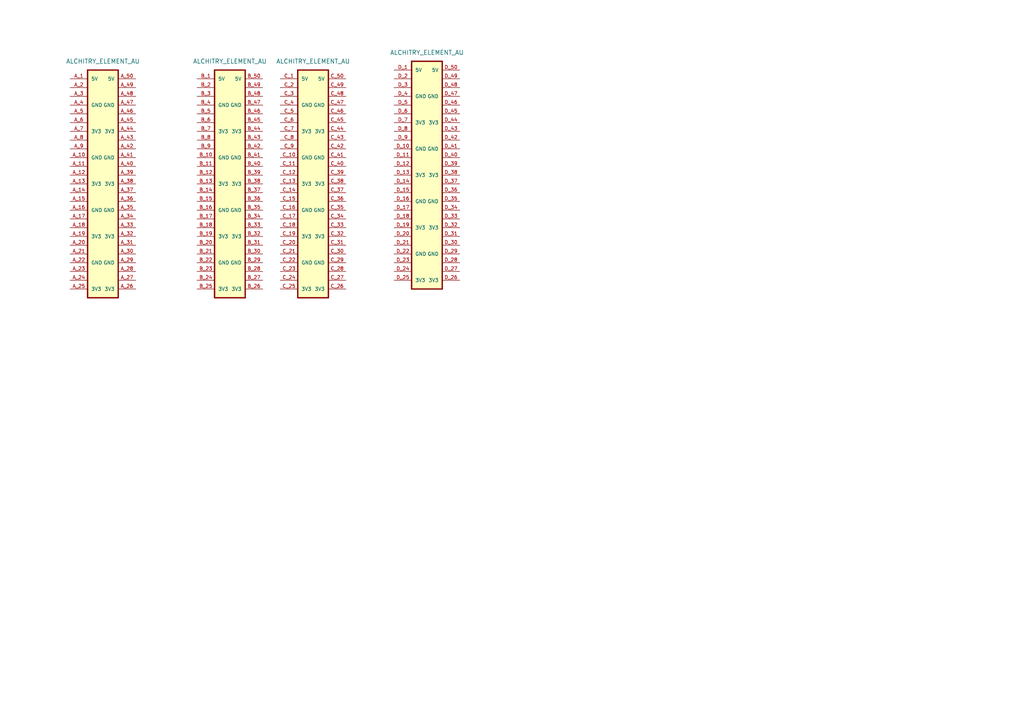
<source format=kicad_sch>
(kicad_sch (version 20211123) (generator eeschema)
  (paper "A4")
  (lib_symbols
    (symbol "ALCHITRY_ELEMENT:ALCHITRY_ELEMENT_AU" (pin_names (offset 1.016))
      (property "Value" "ALCHITRY_ELEMENT_AU" (at -3.81 -38.1 0))
      (symbol "ALCHITRY_ELEMENT_AU_1_0"
        (rectangle (start -3.81 30.48) (end 5.08 -35.56) (stroke (width 0.4064)) (fill (type background)))
        (pin passive line (at -8.89 27.94 0) (length 5.08) (name "5V") (number "A_1"))
        (pin passive line (at -8.89 5.08 0) (length 5.08) (name "GND") (number "A_10"))
        (pin passive line (at -8.89 2.54 0) (length 5.08) (name "") (number "A_11"))
        (pin passive line (at -8.89 0 0) (length 5.08) (name "") (number "A_12"))
        (pin passive line (at -8.89 -2.54 0) (length 5.08) (name "3V3") (number "A_13"))
        (pin passive line (at -8.89 -5.08 0) (length 5.08) (name "") (number "A_14"))
        (pin passive line (at -8.89 -7.62 0) (length 5.08) (name "") (number "A_15"))
        (pin passive line (at -8.89 -10.16 0) (length 5.08) (name "GND") (number "A_16"))
        (pin passive line (at -8.89 -12.7 0) (length 5.08) (name "") (number "A_17"))
        (pin passive line (at -8.89 -15.24 0) (length 5.08) (name "") (number "A_18"))
        (pin passive line (at -8.89 -17.78 0) (length 5.08) (name "3V3") (number "A_19"))
        (pin passive line (at -8.89 25.4 0) (length 5.08) (name "") (number "A_2"))
        (pin passive line (at -8.89 -20.32 0) (length 5.08) (name "") (number "A_20"))
        (pin passive line (at -8.89 -22.86 0) (length 5.08) (name "") (number "A_21"))
        (pin passive line (at -8.89 -25.4 0) (length 5.08) (name "GND") (number "A_22"))
        (pin passive line (at -8.89 -27.94 0) (length 5.08) (name "") (number "A_23"))
        (pin passive line (at -8.89 -30.48 0) (length 5.08) (name "") (number "A_24"))
        (pin passive line (at -8.89 -33.02 0) (length 5.08) (name "3V3") (number "A_25"))
        (pin passive line (at 10.16 -33.02 180) (length 5.08) (name "3V3") (number "A_26"))
        (pin passive line (at 10.16 -30.48 180) (length 5.08) (name "") (number "A_27"))
        (pin passive line (at 10.16 -27.94 180) (length 5.08) (name "") (number "A_28"))
        (pin passive line (at 10.16 -25.4 180) (length 5.08) (name "GND") (number "A_29"))
        (pin passive line (at -8.89 22.86 0) (length 5.08) (name "") (number "A_3"))
        (pin passive line (at 10.16 -22.86 180) (length 5.08) (name "") (number "A_30"))
        (pin passive line (at 10.16 -20.32 180) (length 5.08) (name "") (number "A_31"))
        (pin passive line (at 10.16 -17.78 180) (length 5.08) (name "3V3") (number "A_32"))
        (pin passive line (at 10.16 -15.24 180) (length 5.08) (name "") (number "A_33"))
        (pin passive line (at 10.16 -12.7 180) (length 5.08) (name "") (number "A_34"))
        (pin passive line (at 10.16 -10.16 180) (length 5.08) (name "GND") (number "A_35"))
        (pin passive line (at 10.16 -7.62 180) (length 5.08) (name "") (number "A_36"))
        (pin passive line (at 10.16 -5.08 180) (length 5.08) (name "") (number "A_37"))
        (pin passive line (at 10.16 -2.54 180) (length 5.08) (name "3V3") (number "A_38"))
        (pin passive line (at 10.16 0 180) (length 5.08) (name "") (number "A_39"))
        (pin passive line (at -8.89 20.32 0) (length 5.08) (name "GND") (number "A_4"))
        (pin passive line (at 10.16 2.54 180) (length 5.08) (name "") (number "A_40"))
        (pin passive line (at 10.16 5.08 180) (length 5.08) (name "GND") (number "A_41"))
        (pin passive line (at 10.16 7.62 180) (length 5.08) (name "") (number "A_42"))
        (pin passive line (at 10.16 10.16 180) (length 5.08) (name "") (number "A_43"))
        (pin passive line (at 10.16 12.7 180) (length 5.08) (name "3V3") (number "A_44"))
        (pin passive line (at 10.16 15.24 180) (length 5.08) (name "") (number "A_45"))
        (pin passive line (at 10.16 17.78 180) (length 5.08) (name "") (number "A_46"))
        (pin passive line (at 10.16 20.32 180) (length 5.08) (name "GND") (number "A_47"))
        (pin passive line (at 10.16 22.86 180) (length 5.08) (name "") (number "A_48"))
        (pin passive line (at 10.16 25.4 180) (length 5.08) (name "") (number "A_49"))
        (pin passive line (at -8.89 17.78 0) (length 5.08) (name "") (number "A_5"))
        (pin passive line (at 10.16 27.94 180) (length 5.08) (name "5V") (number "A_50"))
        (pin passive line (at -8.89 15.24 0) (length 5.08) (name "") (number "A_6"))
        (pin passive line (at -8.89 12.7 0) (length 5.08) (name "3V3") (number "A_7"))
        (pin passive line (at -8.89 10.16 0) (length 5.08) (name "") (number "A_8"))
        (pin passive line (at -8.89 7.62 0) (length 5.08) (name "") (number "A_9"))
      )
      (symbol "ALCHITRY_ELEMENT_AU_2_0"
        (rectangle (start -3.81 30.48) (end 5.08 -35.56) (stroke (width 0.4064)) (fill (type background)))
        (pin passive line (at -8.89 27.94 0) (length 5.08) (name "5V") (number "B_1"))
        (pin passive line (at -8.89 5.08 0) (length 5.08) (name "GND") (number "B_10"))
        (pin passive line (at -8.89 2.54 0) (length 5.08) (name "~") (number "B_11"))
        (pin passive line (at -8.89 0 0) (length 5.08) (name "~") (number "B_12"))
        (pin passive line (at -8.89 -2.54 0) (length 5.08) (name "3V3") (number "B_13"))
        (pin passive line (at -8.89 -5.08 0) (length 5.08) (name "~") (number "B_14"))
        (pin passive line (at -8.89 -7.62 0) (length 5.08) (name "~") (number "B_15"))
        (pin passive line (at -8.89 -10.16 0) (length 5.08) (name "GND") (number "B_16"))
        (pin passive line (at -8.89 -12.7 0) (length 5.08) (name "~") (number "B_17"))
        (pin passive line (at -8.89 -15.24 0) (length 5.08) (name "~") (number "B_18"))
        (pin passive line (at -8.89 -17.78 0) (length 5.08) (name "3V3") (number "B_19"))
        (pin passive line (at -8.89 25.4 0) (length 5.08) (name "~") (number "B_2"))
        (pin passive line (at -8.89 -20.32 0) (length 5.08) (name "~") (number "B_20"))
        (pin passive line (at -8.89 -22.86 0) (length 5.08) (name "~") (number "B_21"))
        (pin passive line (at -8.89 -25.4 0) (length 5.08) (name "GND") (number "B_22"))
        (pin passive line (at -8.89 -27.94 0) (length 5.08) (name "~") (number "B_23"))
        (pin passive line (at -8.89 -30.48 0) (length 5.08) (name "~") (number "B_24"))
        (pin passive line (at -8.89 -33.02 0) (length 5.08) (name "3V3") (number "B_25"))
        (pin passive line (at 10.16 -33.02 180) (length 5.08) (name "3V3") (number "B_26"))
        (pin passive line (at 10.16 -30.48 180) (length 5.08) (name "~") (number "B_27"))
        (pin passive line (at 10.16 -27.94 180) (length 5.08) (name "~") (number "B_28"))
        (pin passive line (at 10.16 -25.4 180) (length 5.08) (name "GND") (number "B_29"))
        (pin passive line (at -8.89 22.86 0) (length 5.08) (name "~") (number "B_3"))
        (pin passive line (at 10.16 -22.86 180) (length 5.08) (name "~") (number "B_30"))
        (pin passive line (at 10.16 -20.32 180) (length 5.08) (name "~") (number "B_31"))
        (pin passive line (at 10.16 -17.78 180) (length 5.08) (name "3V3") (number "B_32"))
        (pin passive line (at 10.16 -15.24 180) (length 5.08) (name "~") (number "B_33"))
        (pin passive line (at 10.16 -12.7 180) (length 5.08) (name "~") (number "B_34"))
        (pin passive line (at 10.16 -10.16 180) (length 5.08) (name "GND") (number "B_35"))
        (pin passive line (at 10.16 -7.62 180) (length 5.08) (name "~") (number "B_36"))
        (pin passive line (at 10.16 -5.08 180) (length 5.08) (name "~") (number "B_37"))
        (pin passive line (at 10.16 -2.54 180) (length 5.08) (name "3V3") (number "B_38"))
        (pin passive line (at 10.16 0 180) (length 5.08) (name "~") (number "B_39"))
        (pin passive line (at -8.89 20.32 0) (length 5.08) (name "GND") (number "B_4"))
        (pin passive line (at 10.16 2.54 180) (length 5.08) (name "~") (number "B_40"))
        (pin passive line (at 10.16 5.08 180) (length 5.08) (name "GND") (number "B_41"))
        (pin passive line (at 10.16 7.62 180) (length 5.08) (name "~") (number "B_42"))
        (pin passive line (at 10.16 10.16 180) (length 5.08) (name "~") (number "B_43"))
        (pin passive line (at 10.16 12.7 180) (length 5.08) (name "3V3") (number "B_44"))
        (pin passive line (at 10.16 15.24 180) (length 5.08) (name "~") (number "B_45"))
        (pin passive line (at 10.16 17.78 180) (length 5.08) (name "~") (number "B_46"))
        (pin passive line (at 10.16 20.32 180) (length 5.08) (name "GND") (number "B_47"))
        (pin passive line (at 10.16 22.86 180) (length 5.08) (name "~") (number "B_48"))
        (pin passive line (at 10.16 25.4 180) (length 5.08) (name "~") (number "B_49"))
        (pin passive line (at -8.89 17.78 0) (length 5.08) (name "~") (number "B_5"))
        (pin passive line (at 10.16 27.94 180) (length 5.08) (name "5V") (number "B_50"))
        (pin passive line (at -8.89 15.24 0) (length 5.08) (name "~") (number "B_6"))
        (pin passive line (at -8.89 12.7 0) (length 5.08) (name "3V3") (number "B_7"))
        (pin passive line (at -8.89 10.16 0) (length 5.08) (name "~") (number "B_8"))
        (pin passive line (at -8.89 7.62 0) (length 5.08) (name "~") (number "B_9"))
      )
      (symbol "ALCHITRY_ELEMENT_AU_3_0"
        (rectangle (start -3.81 30.48) (end 5.08 -35.56) (stroke (width 0.4064)) (fill (type background)))
        (pin passive line (at -8.89 27.94 0) (length 5.08) (name "5V") (number "C_1"))
        (pin passive line (at -8.89 5.08 0) (length 5.08) (name "GND") (number "C_10"))
        (pin passive line (at -8.89 2.54 0) (length 5.08) (name "~") (number "C_11"))
        (pin passive line (at -8.89 0 0) (length 5.08) (name "~") (number "C_12"))
        (pin passive line (at -8.89 -2.54 0) (length 5.08) (name "3V3") (number "C_13"))
        (pin passive line (at -8.89 -5.08 0) (length 5.08) (name "~") (number "C_14"))
        (pin passive line (at -8.89 -7.62 0) (length 5.08) (name "~") (number "C_15"))
        (pin passive line (at -8.89 -10.16 0) (length 5.08) (name "GND") (number "C_16"))
        (pin passive line (at -8.89 -12.7 0) (length 5.08) (name "~") (number "C_17"))
        (pin passive line (at -8.89 -15.24 0) (length 5.08) (name "~") (number "C_18"))
        (pin passive line (at -8.89 -17.78 0) (length 5.08) (name "3V3") (number "C_19"))
        (pin passive line (at -8.89 25.4 0) (length 5.08) (name "~") (number "C_2"))
        (pin passive line (at -8.89 -20.32 0) (length 5.08) (name "~") (number "C_20"))
        (pin passive line (at -8.89 -22.86 0) (length 5.08) (name "~") (number "C_21"))
        (pin passive line (at -8.89 -25.4 0) (length 5.08) (name "GND") (number "C_22"))
        (pin passive line (at -8.89 -27.94 0) (length 5.08) (name "~") (number "C_23"))
        (pin passive line (at -8.89 -30.48 0) (length 5.08) (name "~") (number "C_24"))
        (pin passive line (at -8.89 -33.02 0) (length 5.08) (name "3V3") (number "C_25"))
        (pin passive line (at 10.16 -33.02 180) (length 5.08) (name "3V3") (number "C_26"))
        (pin passive line (at 10.16 -30.48 180) (length 5.08) (name "~") (number "C_27"))
        (pin passive line (at 10.16 -27.94 180) (length 5.08) (name "~") (number "C_28"))
        (pin passive line (at 10.16 -25.4 180) (length 5.08) (name "GND") (number "C_29"))
        (pin passive line (at -8.89 22.86 0) (length 5.08) (name "~") (number "C_3"))
        (pin passive line (at 10.16 -22.86 180) (length 5.08) (name "~") (number "C_30"))
        (pin passive line (at 10.16 -20.32 180) (length 5.08) (name "~") (number "C_31"))
        (pin passive line (at 10.16 -17.78 180) (length 5.08) (name "3V3") (number "C_32"))
        (pin passive line (at 10.16 -15.24 180) (length 5.08) (name "~") (number "C_33"))
        (pin passive line (at 10.16 -12.7 180) (length 5.08) (name "~") (number "C_34"))
        (pin passive line (at 10.16 -10.16 180) (length 5.08) (name "GND") (number "C_35"))
        (pin passive line (at 10.16 -7.62 180) (length 5.08) (name "~") (number "C_36"))
        (pin passive line (at 10.16 -5.08 180) (length 5.08) (name "~") (number "C_37"))
        (pin passive line (at 10.16 -2.54 180) (length 5.08) (name "3V3") (number "C_38"))
        (pin passive line (at 10.16 0 180) (length 5.08) (name "~") (number "C_39"))
        (pin passive line (at -8.89 20.32 0) (length 5.08) (name "GND") (number "C_4"))
        (pin passive line (at 10.16 2.54 180) (length 5.08) (name "~") (number "C_40"))
        (pin passive line (at 10.16 5.08 180) (length 5.08) (name "GND") (number "C_41"))
        (pin passive line (at 10.16 7.62 180) (length 5.08) (name "~") (number "C_42"))
        (pin passive line (at 10.16 10.16 180) (length 5.08) (name "~") (number "C_43"))
        (pin passive line (at 10.16 12.7 180) (length 5.08) (name "3V3") (number "C_44"))
        (pin passive line (at 10.16 15.24 180) (length 5.08) (name "~") (number "C_45"))
        (pin passive line (at 10.16 17.78 180) (length 5.08) (name "~") (number "C_46"))
        (pin passive line (at 10.16 20.32 180) (length 5.08) (name "GND") (number "C_47"))
        (pin passive line (at 10.16 22.86 180) (length 5.08) (name "~") (number "C_48"))
        (pin passive line (at 10.16 25.4 180) (length 5.08) (name "~") (number "C_49"))
        (pin passive line (at -8.89 17.78 0) (length 5.08) (name "~") (number "C_5"))
        (pin passive line (at 10.16 27.94 180) (length 5.08) (name "5V") (number "C_50"))
        (pin passive line (at -8.89 15.24 0) (length 5.08) (name "~") (number "C_6"))
        (pin passive line (at -8.89 12.7 0) (length 5.08) (name "3V3") (number "C_7"))
        (pin passive line (at -8.89 10.16 0) (length 5.08) (name "~") (number "C_8"))
        (pin passive line (at -8.89 7.62 0) (length 5.08) (name "~") (number "C_9"))
      )
      (symbol "ALCHITRY_ELEMENT_AU_4_0"
        (rectangle (start -3.81 30.48) (end 5.08 -35.56) (stroke (width 0.4064)) (fill (type background)))
        (pin passive line (at -8.89 27.94 0) (length 5.08) (name "5V") (number "D_1"))
        (pin passive line (at -8.89 5.08 0) (length 5.08) (name "GND") (number "D_10"))
        (pin passive line (at -8.89 2.54 0) (length 5.08) (name "~") (number "D_11"))
        (pin passive line (at -8.89 0 0) (length 5.08) (name "~") (number "D_12"))
        (pin passive line (at -8.89 -2.54 0) (length 5.08) (name "3V3") (number "D_13"))
        (pin passive line (at -8.89 -5.08 0) (length 5.08) (name "~") (number "D_14"))
        (pin passive line (at -8.89 -7.62 0) (length 5.08) (name "~") (number "D_15"))
        (pin passive line (at -8.89 -10.16 0) (length 5.08) (name "GND") (number "D_16"))
        (pin passive line (at -8.89 -12.7 0) (length 5.08) (name "~") (number "D_17"))
        (pin passive line (at -8.89 -15.24 0) (length 5.08) (name "~") (number "D_18"))
        (pin passive line (at -8.89 -17.78 0) (length 5.08) (name "3V3") (number "D_19"))
        (pin passive line (at -8.89 25.4 0) (length 5.08) (name "~") (number "D_2"))
        (pin passive line (at -8.89 -20.32 0) (length 5.08) (name "~") (number "D_20"))
        (pin passive line (at -8.89 -22.86 0) (length 5.08) (name "~") (number "D_21"))
        (pin passive line (at -8.89 -25.4 0) (length 5.08) (name "GND") (number "D_22"))
        (pin passive line (at -8.89 -27.94 0) (length 5.08) (name "~") (number "D_23"))
        (pin passive line (at -8.89 -30.48 0) (length 5.08) (name "~") (number "D_24"))
        (pin passive line (at -8.89 -33.02 0) (length 5.08) (name "3V3") (number "D_25"))
        (pin passive line (at 10.16 -33.02 180) (length 5.08) (name "3V3") (number "D_26"))
        (pin passive line (at 10.16 -30.48 180) (length 5.08) (name "~") (number "D_27"))
        (pin passive line (at 10.16 -27.94 180) (length 5.08) (name "~") (number "D_28"))
        (pin passive line (at 10.16 -25.4 180) (length 5.08) (name "GND") (number "D_29"))
        (pin passive line (at -8.89 22.86 0) (length 5.08) (name "~") (number "D_3"))
        (pin passive line (at 10.16 -22.86 180) (length 5.08) (name "~") (number "D_30"))
        (pin passive line (at 10.16 -20.32 180) (length 5.08) (name "~") (number "D_31"))
        (pin passive line (at 10.16 -17.78 180) (length 5.08) (name "3V3") (number "D_32"))
        (pin passive line (at 10.16 -15.24 180) (length 5.08) (name "~") (number "D_33"))
        (pin passive line (at 10.16 -12.7 180) (length 5.08) (name "~") (number "D_34"))
        (pin passive line (at 10.16 -10.16 180) (length 5.08) (name "GND") (number "D_35"))
        (pin passive line (at 10.16 -7.62 180) (length 5.08) (name "~") (number "D_36"))
        (pin passive line (at 10.16 -5.08 180) (length 5.08) (name "~") (number "D_37"))
        (pin passive line (at 10.16 -2.54 180) (length 5.08) (name "3V3") (number "D_38"))
        (pin passive line (at 10.16 0 180) (length 5.08) (name "~") (number "D_39"))
        (pin passive line (at -8.89 20.32 0) (length 5.08) (name "GND") (number "D_4"))
        (pin passive line (at 10.16 2.54 180) (length 5.08) (name "~") (number "D_40"))
        (pin passive line (at 10.16 5.08 180) (length 5.08) (name "GND") (number "D_41"))
        (pin passive line (at 10.16 7.62 180) (length 5.08) (name "~") (number "D_42"))
        (pin passive line (at 10.16 10.16 180) (length 5.08) (name "~") (number "D_43"))
        (pin passive line (at 10.16 12.7 180) (length 5.08) (name "3V3") (number "D_44"))
        (pin passive line (at 10.16 15.24 180) (length 5.08) (name "~") (number "D_45"))
        (pin passive line (at 10.16 17.78 180) (length 5.08) (name "~") (number "D_46"))
        (pin passive line (at 10.16 20.32 180) (length 5.08) (name "GND") (number "D_47"))
        (pin passive line (at 10.16 22.86 180) (length 5.08) (name "~") (number "D_48"))
        (pin passive line (at 10.16 25.4 180) (length 5.08) (name "~") (number "D_49"))
        (pin passive line (at -8.89 17.78 0) (length 5.08) (name "~") (number "D_5"))
        (pin passive line (at 10.16 27.94 180) (length 5.08) (name "5V") (number "D_50"))
        (pin passive line (at -8.89 15.24 0) (length 5.08) (name "~") (number "D_6"))
        (pin passive line (at -8.89 12.7 0) (length 5.08) (name "3V3") (number "D_7"))
        (pin passive line (at -8.89 10.16 0) (length 5.08) (name "~") (number "D_8"))
        (pin passive line (at -8.89 7.62 0) (length 5.08) (name "~") (number "D_9"))
      )
    )
  )
  (symbol (lib_id "ALCHITRY_ELEMENT:ALCHITRY_ELEMENT_AU") (at 90.17 50.8 0) (unit 3)
    (property "Reference" "B1" (effects hide))
    (property "Value" "ALCHITRY_ELEMENT_AU" (at 90.805 17.78 0))
    (property "Footprint" "ALCHITRY_ELEMENT:ELEMENT" (effects hide))
  )
  (symbol (lib_id "ALCHITRY_ELEMENT:ALCHITRY_ELEMENT_AU") (at 66.04 50.8 0) (unit 2)
    (property "Reference" "B1" (effects hide))
    (property "Value" "ALCHITRY_ELEMENT_AU" (at 66.675 17.78 0))
    (property "Footprint" "ALCHITRY_ELEMENT:ELEMENT" (effects hide))
  )
  (symbol (lib_id "ALCHITRY_ELEMENT:ALCHITRY_ELEMENT_AU") (at 123.19 48.26 0) (unit 4)
    (property "Reference" "B1" (effects hide))
    (property "Value" "ALCHITRY_ELEMENT_AU" (at 123.825 15.24 0))
    (property "Footprint" "ALCHITRY_ELEMENT:ELEMENT" (effects hide))
  )
  (symbol (lib_id "ALCHITRY_ELEMENT:ALCHITRY_ELEMENT_AU") (at 29.21 50.8 0) (unit 1)
    (property "Reference" "B1" (effects hide))
    (property "Value" "ALCHITRY_ELEMENT_AU" (at 29.845 17.78 0))
    (property "Footprint" "ALCHITRY_ELEMENT:ELEMENT" (effects hide))
  )
)
</source>
